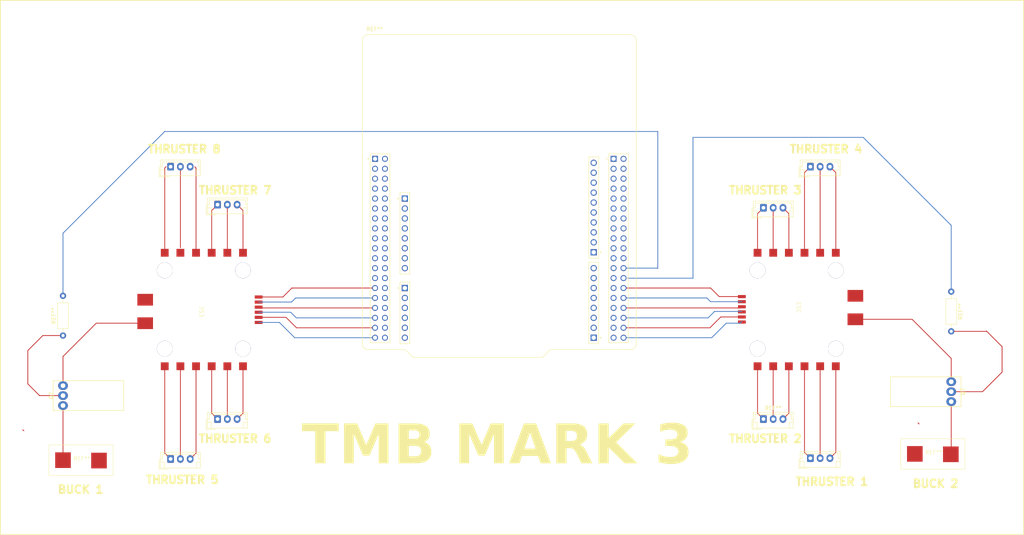
<source format=kicad_pcb>
(kicad_pcb (version 20241229) (generator "pcbnew") (generator_version "9.0")
  (layers (0 "F.Cu" signal) (2 "B.Cu" signal) (13 "F.Paste" user) (15 "B.Paste" user) (5 "F.SilkS" user "F.Silkscreen") (7 "B.SilkS" user "B.Silkscreen") (1 "F.Mask" user) (3 "B.Mask" user) (25 "Edge.Cuts" user))
  (net 0 "")
  (footprint "My_MOSFET_Footprints:mosfet" (layer "F.Cu") (at 439 453.54 90)
    (property "Reference" "Q?" (at 2.54 -3 90) (layer "F.SilkS"))
    (property "Value" "IRLB3813PBF")
    (fp_line (start 6.35 -2.5) (end 6.35 15.5) (stroke (width 0.15)) (layer "F.SilkS"))
    (fp_line (start -1.27 -2.5) (end 6.35 -2.5) (stroke (width 0.15)) (layer "F.SilkS"))
    (fp_line (start 6.35 15.5) (end -1.27 15.5) (stroke (width 0.15)) (layer "F.SilkS"))
    (fp_line (start -1.27 15.5) (end -1.27 -2.5) (stroke (width 0.15)) (layer "F.SilkS"))
    (pad "1" thru_hole oval (at 0 0 90) (size 2.2 2.5) (drill 1.2) (layers "*.Cu" "*.Mask"))
    (pad "2" thru_hole oval (at 2.54 0 90) (size 2.2 2.5) (drill 1.2) (layers "*.Cu" "*.Mask"))
    (pad "3" thru_hole oval (at 5.08 0 90) (size 2.2 2.5) (drill 1.2) (layers "*.Cu" "*.Mask"))
  )
  (footprint "pad:new pad" (layer "F.Cu") (at 661.5 466)
    (property "Reference" "REF**" (at 0 -0.5 0) (layer "F.SilkS") (effects (font (thickness 0.1))))
    (property "Value" "new pad" (hide yes))
    (fp_rect (start -8.4 -4) (end 8 3.8) (stroke (width 0.1)) (fill no) (layer "F.SilkS") (net 1))
    (pad "3" smd rect (at -4.8 -0.1) (size 4 4) (layers "F.Cu" "F.Mask" "F.Paste"))
    (pad "3" smd rect (at 4.4 0) (size 4 4) (layers "F.Cu" "F.Mask" "F.Paste"))
  )
  (footprint "Connector_JST:JST_EH_B3B-EH-A_1x03_P2.50mm_Vertical" (layer "F.Cu") (at 466.5 392.5)
    (property "Reference" "REF**" (hide yes))
    (property "Value" "JST_EH_B3B-EH-A_1x03_P2.50mm_Vertical" (hide yes))
    (fp_line (start -2.91 0.11) (end -2.91 2.61) (stroke (width 0.12)) (layer "F.SilkS"))
    (fp_line (start -2.91 2.61) (end -0.41 2.61) (stroke (width 0.12)) (layer "F.SilkS"))
    (fp_line (start -2.61 -1.71) (end -2.61 2.31) (stroke (width 0.12)) (layer "F.SilkS"))
    (fp_line (start -2.61 0) (end -2.11 0) (stroke (width 0.12)) (layer "F.SilkS"))
    (fp_line (start -2.61 0.81) (end -1.61 0.81) (stroke (width 0.12)) (layer "F.SilkS"))
    (fp_line (start -2.61 2.31) (end 7.61 2.31) (stroke (width 0.12)) (layer "F.SilkS"))
    (fp_line (start -2.11 -1.21) (end 7.11 -1.21) (stroke (width 0.12)) (layer "F.SilkS"))
    (fp_line (start -2.11 0) (end -2.11 -1.21) (stroke (width 0.12)) (layer "F.SilkS"))
    (fp_line (start -1.61 0.81) (end -1.61 2.31) (stroke (width 0.12)) (layer "F.SilkS"))
    (fp_line (start 6.61 0.81) (end 6.61 2.31) (stroke (width 0.12)) (layer "F.SilkS"))
    (fp_line (start 7.11 -1.21) (end 7.11 0) (stroke (width 0.12)) (layer "F.SilkS"))
    (fp_line (start 7.11 0) (end 7.61 0) (stroke (width 0.12)) (layer "F.SilkS"))
    (fp_line (start 7.61 -1.71) (end -2.61 -1.71) (stroke (width 0.12)) (layer "F.SilkS"))
    (fp_line (start 7.61 0.81) (end 6.61 0.81) (stroke (width 0.12)) (layer "F.SilkS"))
    (fp_line (start 7.61 2.31) (end 7.61 -1.71) (stroke (width 0.12)) (layer "F.SilkS"))
    (pad "1" thru_hole roundrect (at 0 0) (size 1.7 1.95) (drill 0.95) (layers "*.Cu" "*.Mask") (roundrect_rratio 0.147059))
    (pad "2" thru_hole oval (at 2.5 0) (size 1.7 1.95) (drill 0.95) (layers "*.Cu" "*.Mask"))
    (pad "3" thru_hole oval (at 5 0) (size 1.7 1.95) (drill 0.95) (layers "*.Cu" "*.Mask"))
  )
  (footprint "Connector_JST:JST_EH_B3B-EH-A_1x03_P2.50mm_Vertical" (layer "F.Cu") (at 630 392.5)
    (property "Reference" "REF**" (hide yes))
    (property "Value" "JST_EH_B3B-EH-A_1x03_P2.50mm_Vertical" (hide yes))
    (fp_line (start -2.91 0.11) (end -2.91 2.61) (stroke (width 0.12)) (layer "F.SilkS"))
    (fp_line (start -2.91 2.61) (end -0.41 2.61) (stroke (width 0.12)) (layer "F.SilkS"))
    (fp_line (start -2.61 -1.71) (end -2.61 2.31) (stroke (width 0.12)) (layer "F.SilkS"))
    (fp_line (start -2.61 0) (end -2.11 0) (stroke (width 0.12)) (layer "F.SilkS"))
    (fp_line (start -2.61 0.81) (end -1.61 0.81) (stroke (width 0.12)) (layer "F.SilkS"))
    (fp_line (start -2.61 2.31) (end 7.61 2.31) (stroke (width 0.12)) (layer "F.SilkS"))
    (fp_line (start -2.11 -1.21) (end 7.11 -1.21) (stroke (width 0.12)) (layer "F.SilkS"))
    (fp_line (start -2.11 0) (end -2.11 -1.21) (stroke (width 0.12)) (layer "F.SilkS"))
    (fp_line (start -1.61 0.81) (end -1.61 2.31) (stroke (width 0.12)) (layer "F.SilkS"))
    (fp_line (start 6.61 0.81) (end 6.61 2.31) (stroke (width 0.12)) (layer "F.SilkS"))
    (fp_line (start 7.11 -1.21) (end 7.11 0) (stroke (width 0.12)) (layer "F.SilkS"))
    (fp_line (start 7.11 0) (end 7.61 0) (stroke (width 0.12)) (layer "F.SilkS"))
    (fp_line (start 7.61 -1.71) (end -2.61 -1.71) (stroke (width 0.12)) (layer "F.SilkS"))
    (fp_line (start 7.61 0.81) (end 6.61 0.81) (stroke (width 0.12)) (layer "F.SilkS"))
    (fp_line (start 7.61 2.31) (end 7.61 -1.71) (stroke (width 0.12)) (layer "F.SilkS"))
    (pad "1" thru_hole roundrect (at 0 0) (size 1.7 1.95) (drill 0.95) (layers "*.Cu" "*.Mask") (roundrect_rratio 0.147059))
    (pad "2" thru_hole oval (at 2.5 0) (size 1.7 1.95) (drill 0.95) (layers "*.Cu" "*.Mask"))
    (pad "3" thru_hole oval (at 5 0) (size 1.7 1.95) (drill 0.95) (layers "*.Cu" "*.Mask"))
  )
  (footprint "Connector_JST:JST_EH_B3B-EH-A_1x03_P2.50mm_Vertical" (layer "F.Cu") (at 630 467)
    (property "Reference" "THRUSTER 1" (at 5.5 6 0) (layer "F.SilkS") (effects (font (size 2 2) (thickness 0.5) (bold yes))))
    (property "Value" "JST_EH_B3B-EH-A_1x03_P2.50mm_Vertical" (hide yes))
    (fp_line (start -2.91 0.11) (end -2.91 2.61) (stroke (width 0.12)) (layer "F.SilkS"))
    (fp_line (start -2.91 2.61) (end -0.41 2.61) (stroke (width 0.12)) (layer "F.SilkS"))
    (fp_line (start -2.61 -1.71) (end -2.61 2.31) (stroke (width 0.12)) (layer "F.SilkS"))
    (fp_line (start -2.61 0) (end -2.11 0) (stroke (width 0.12)) (layer "F.SilkS"))
    (fp_line (start -2.61 0.81) (end -1.61 0.81) (stroke (width 0.12)) (layer "F.SilkS"))
    (fp_line (start -2.61 2.31) (end 7.61 2.31) (stroke (width 0.12)) (layer "F.SilkS"))
    (fp_line (start -2.11 -1.21) (end 7.11 -1.21) (stroke (width 0.12)) (layer "F.SilkS"))
    (fp_line (start -2.11 0) (end -2.11 -1.21) (stroke (width 0.12)) (layer "F.SilkS"))
    (fp_line (start -1.61 0.81) (end -1.61 2.31) (stroke (width 0.12)) (layer "F.SilkS"))
    (fp_line (start 6.61 0.81) (end 6.61 2.31) (stroke (width 0.12)) (layer "F.SilkS"))
    (fp_line (start 7.11 -1.21) (end 7.11 0) (stroke (width 0.12)) (layer "F.SilkS"))
    (fp_line (start 7.11 0) (end 7.61 0) (stroke (width 0.12)) (layer "F.SilkS"))
    (fp_line (start 7.61 -1.71) (end -2.61 -1.71) (stroke (width 0.12)) (layer "F.SilkS"))
    (fp_line (start 7.61 0.81) (end 6.61 0.81) (stroke (width 0.12)) (layer "F.SilkS"))
    (fp_line (start 7.61 2.31) (end 7.61 -1.71) (stroke (width 0.12)) (layer "F.SilkS"))
    (pad "1" thru_hole roundrect (at 0 0) (size 1.7 1.95) (drill 0.95) (layers "*.Cu" "*.Mask") (roundrect_rratio 0.147059))
    (pad "2" thru_hole oval (at 2.5 0) (size 1.7 1.95) (drill 0.95) (layers "*.Cu" "*.Mask"))
    (pad "3" thru_hole oval (at 5 0) (size 1.7 1.95) (drill 0.95) (layers "*.Cu" "*.Mask"))
  )
  (footprint "Connector_JST:JST_EH_B3B-EH-A_1x03_P2.50mm_Vertical" (layer "F.Cu") (at 478.5 402.2)
    (property "Reference" "REF**" (hide yes))
    (property "Value" "JST_EH_B3B-EH-A_1x03_P2.50mm_Vertical" (hide yes))
    (fp_line (start -2.91 0.11) (end -2.91 2.61) (stroke (width 0.12)) (layer "F.SilkS"))
    (fp_line (start -2.91 2.61) (end -0.41 2.61) (stroke (width 0.12)) (layer "F.SilkS"))
    (fp_line (start -2.61 -1.71) (end -2.61 2.31) (stroke (width 0.12)) (layer "F.SilkS"))
    (fp_line (start -2.61 0) (end -2.11 0) (stroke (width 0.12)) (layer "F.SilkS"))
    (fp_line (start -2.61 0.81) (end -1.61 0.81) (stroke (width 0.12)) (layer "F.SilkS"))
    (fp_line (start -2.61 2.31) (end 7.61 2.31) (stroke (width 0.12)) (layer "F.SilkS"))
    (fp_line (start -2.11 -1.21) (end 7.11 -1.21) (stroke (width 0.12)) (layer "F.SilkS"))
    (fp_line (start -2.11 0) (end -2.11 -1.21) (stroke (width 0.12)) (layer "F.SilkS"))
    (fp_line (start -1.61 0.81) (end -1.61 2.31) (stroke (width 0.12)) (layer "F.SilkS"))
    (fp_line (start 6.61 0.81) (end 6.61 2.31) (stroke (width 0.12)) (layer "F.SilkS"))
    (fp_line (start 7.11 -1.21) (end 7.11 0) (stroke (width 0.12)) (layer "F.SilkS"))
    (fp_line (start 7.11 0) (end 7.61 0) (stroke (width 0.12)) (layer "F.SilkS"))
    (fp_line (start 7.61 -1.71) (end -2.61 -1.71) (stroke (width 0.12)) (layer "F.SilkS"))
    (fp_line (start 7.61 0.81) (end 6.61 0.81) (stroke (width 0.12)) (layer "F.SilkS"))
    (fp_line (start 7.61 2.31) (end 7.61 -1.71) (stroke (width 0.12)) (layer "F.SilkS"))
    (pad "1" thru_hole roundrect (at 0 0) (size 1.7 1.95) (drill 0.95) (layers "*.Cu" "*.Mask") (roundrect_rratio 0.147059))
    (pad "2" thru_hole oval (at 2.5 0) (size 1.7 1.95) (drill 0.95) (layers "*.Cu" "*.Mask"))
    (pad "3" thru_hole oval (at 5 0) (size 1.7 1.95) (drill 0.95) (layers "*.Cu" "*.Mask"))
  )
  (footprint "Connector_JST:JST_EH_B3B-EH-A_1x03_P2.50mm_Vertical" (layer "F.Cu") (at 618 403)
    (property "Reference" "REF**" (hide yes))
    (property "Value" "JST_EH_B3B-EH-A_1x03_P2.50mm_Vertical" (hide yes))
    (fp_line (start -2.91 0.11) (end -2.91 2.61) (stroke (width 0.12)) (layer "F.SilkS"))
    (fp_line (start -2.91 2.61) (end -0.41 2.61) (stroke (width 0.12)) (layer "F.SilkS"))
    (fp_line (start -2.61 -1.71) (end -2.61 2.31) (stroke (width 0.12)) (layer "F.SilkS"))
    (fp_line (start -2.61 0) (end -2.11 0) (stroke (width 0.12)) (layer "F.SilkS"))
    (fp_line (start -2.61 0.81) (end -1.61 0.81) (stroke (width 0.12)) (layer "F.SilkS"))
    (fp_line (start -2.61 2.31) (end 7.61 2.31) (stroke (width 0.12)) (layer "F.SilkS"))
    (fp_line (start -2.11 -1.21) (end 7.11 -1.21) (stroke (width 0.12)) (layer "F.SilkS"))
    (fp_line (start -2.11 0) (end -2.11 -1.21) (stroke (width 0.12)) (layer "F.SilkS"))
    (fp_line (start -1.61 0.81) (end -1.61 2.31) (stroke (width 0.12)) (layer "F.SilkS"))
    (fp_line (start 6.61 0.81) (end 6.61 2.31) (stroke (width 0.12)) (layer "F.SilkS"))
    (fp_line (start 7.11 -1.21) (end 7.11 0) (stroke (width 0.12)) (layer "F.SilkS"))
    (fp_line (start 7.11 0) (end 7.61 0) (stroke (width 0.12)) (layer "F.SilkS"))
    (fp_line (start 7.61 -1.71) (end -2.61 -1.71) (stroke (width 0.12)) (layer "F.SilkS"))
    (fp_line (start 7.61 0.81) (end 6.61 0.81) (stroke (width 0.12)) (layer "F.SilkS"))
    (fp_line (start 7.61 2.31) (end 7.61 -1.71) (stroke (width 0.12)) (layer "F.SilkS"))
    (pad "1" thru_hole roundrect (at 0 0) (size 1.7 1.95) (drill 0.95) (layers "*.Cu" "*.Mask") (roundrect_rratio 0.147059))
    (pad "2" thru_hole oval (at 2.5 0) (size 1.7 1.95) (drill 0.95) (layers "*.Cu" "*.Mask"))
    (pad "3" thru_hole oval (at 5 0) (size 1.7 1.95) (drill 0.95) (layers "*.Cu" "*.Mask"))
  )
  (footprint "esc_Library:esc_final" (layer "F.Cu") (at 626.5 428.5 -90)
    (property "Reference" "ESC" (at 0 -0.5 270) (layer "F.SilkS") (effects (font (thickness 0.1))))
    (property "Value" "ESC ")
    (pad "1" thru_hole circle (at 10.5 -10 270) (size 4 4) (drill 4) (layers "*.Cu" "*.Mask"))
    (pad "2" thru_hole circle (at -9.5 -10 270) (size 4 4) (drill 4) (layers "*.Cu" "*.Mask"))
    (pad "3" thru_hole circle (at -9.5 10 270) (size 4 4) (drill 4) (layers "*.Cu" "*.Mask"))
    (pad "4" thru_hole circle (at 10.5 10 270) (size 4 4) (drill 4) (layers "*.Cu" "*.Mask"))
    (pad "5" smd rect (at -14 -10 270) (size 2 2) (layers "F.Cu" "F.Mask" "F.Paste"))
    (pad "5" smd rect (at -14 -6 270) (size 2 2) (layers "F.Cu" "F.Mask" "F.Paste"))
    (pad "5" smd rect (at -14 -2 270) (size 2 2) (layers "F.Cu" "F.Mask" "F.Paste"))
    (pad "5" smd rect (at -14 2 270) (size 2 2) (layers "F.Cu" "F.Mask" "F.Paste"))
    (pad "5" smd rect (at -14 6 270) (size 2 2) (layers "F.Cu" "F.Mask" "F.Paste"))
    (pad "5" smd rect (at -14 10 270) (size 2 2) (layers "F.Cu" "F.Mask" "F.Paste"))
    (pad "5" smd rect (at 15 -10 270) (size 2 2) (layers "F.Cu" "F.Mask" "F.Paste"))
    (pad "5" smd rect (at 15 -6 270) (size 2 2) (layers "F.Cu" "F.Mask" "F.Paste"))
    (pad "5" smd rect (at 15 -2 270) (size 2 2) (layers "F.Cu" "F.Mask" "F.Paste"))
    (pad "5" smd rect (at 15 2 270) (size 2 2) (layers "F.Cu" "F.Mask" "F.Paste"))
    (pad "5" smd rect (at 15 6 270) (size 2 2) (layers "F.Cu" "F.Mask" "F.Paste"))
    (pad "5" smd rect (at 15 10 270) (size 2 2) (layers "F.Cu" "F.Mask" "F.Paste"))
    (pad "8" smd rect (at -3 -15 270) (size 3 4) (layers "F.Cu" "F.Mask" "F.Paste"))
    (pad "8" smd rect (at 3 -15 270) (size 3 4) (layers "F.Cu" "F.Mask" "F.Paste"))
    (pad "9" smd rect (at -2.8 14 270) (size 0.8 2) (layers "F.Cu" "F.Mask" "F.Paste"))
    (pad "9" smd rect (at -1.5 14 270) (size 0.8 2) (layers "F.Cu" "F.Mask" "F.Paste"))
    (pad "9" smd rect (at -0.2 14 270) (size 0.8 2) (layers "F.Cu" "F.Mask" "F.Paste"))
    (pad "9" smd rect (at 1.1 14 270) (size 0.8 2) (layers "F.Cu" "F.Mask" "F.Paste"))
    (pad "9" smd rect (at 2.4 14 270) (size 0.8 2) (layers "F.Cu" "F.Mask" "F.Paste"))
    (pad "9" smd rect (at 3.7 14 270) (size 0.8 2) (layers "F.Cu" "F.Mask" "F.Paste"))
  )
  (footprint "Connector_JST:JST_EH_B3B-EH-A_1x03_P2.50mm_Vertical" (layer "F.Cu") (at 466.5 467.2)
    (property "Reference" "REF**" (hide yes))
    (property "Value" "JST_EH_B3B-EH-A_1x03_P2.50mm_Vertical" (hide yes))
    (fp_line (start -2.91 0.11) (end -2.91 2.61) (stroke (width 0.12)) (layer "F.SilkS"))
    (fp_line (start -2.91 2.61) (end -0.41 2.61) (stroke (width 0.12)) (layer "F.SilkS"))
    (fp_line (start -2.61 -1.71) (end -2.61 2.31) (stroke (width 0.12)) (layer "F.SilkS"))
    (fp_line (start -2.61 0) (end -2.11 0) (stroke (width 0.12)) (layer "F.SilkS"))
    (fp_line (start -2.61 0.81) (end -1.61 0.81) (stroke (width 0.12)) (layer "F.SilkS"))
    (fp_line (start -2.61 2.31) (end 7.61 2.31) (stroke (width 0.12)) (layer "F.SilkS"))
    (fp_line (start -2.11 -1.21) (end 7.11 -1.21) (stroke (width 0.12)) (layer "F.SilkS"))
    (fp_line (start -2.11 0) (end -2.11 -1.21) (stroke (width 0.12)) (layer "F.SilkS"))
    (fp_line (start -1.61 0.81) (end -1.61 2.31) (stroke (width 0.12)) (layer "F.SilkS"))
    (fp_line (start 6.61 0.81) (end 6.61 2.31) (stroke (width 0.12)) (layer "F.SilkS"))
    (fp_line (start 7.11 -1.21) (end 7.11 0) (stroke (width 0.12)) (layer "F.SilkS"))
    (fp_line (start 7.11 0) (end 7.61 0) (stroke (width 0.12)) (layer "F.SilkS"))
    (fp_line (start 7.61 -1.71) (end -2.61 -1.71) (stroke (width 0.12)) (layer "F.SilkS"))
    (fp_line (start 7.61 0.81) (end 6.61 0.81) (stroke (width 0.12)) (layer "F.SilkS"))
    (fp_line (start 7.61 2.31) (end 7.61 -1.71) (stroke (width 0.12)) (layer "F.SilkS"))
    (pad "1" thru_hole roundrect (at 0 0) (size 1.7 1.95) (drill 0.95) (layers "*.Cu" "*.Mask") (roundrect_rratio 0.147059))
    (pad "2" thru_hole oval (at 2.5 0) (size 1.7 1.95) (drill 0.95) (layers "*.Cu" "*.Mask"))
    (pad "3" thru_hole oval (at 5 0) (size 1.7 1.95) (drill 0.95) (layers "*.Cu" "*.Mask"))
  )
  (footprint "Connector_JST:JST_EH_B3B-EH-A_1x03_P2.50mm_Vertical" (layer "F.Cu") (at 478.5 457)
    (property "Reference" "REF**" (hide yes))
    (property "Value" "JST_EH_B3B-EH-A_1x03_P2.50mm_Vertical" (hide yes))
    (fp_line (start -2.91 0.11) (end -2.91 2.61) (stroke (width 0.12)) (layer "F.SilkS"))
    (fp_line (start -2.91 2.61) (end -0.41 2.61) (stroke (width 0.12)) (layer "F.SilkS"))
    (fp_line (start -2.61 -1.71) (end -2.61 2.31) (stroke (width 0.12)) (layer "F.SilkS"))
    (fp_line (start -2.61 0) (end -2.11 0) (stroke (width 0.12)) (layer "F.SilkS"))
    (fp_line (start -2.61 0.81) (end -1.61 0.81) (stroke (width 0.12)) (layer "F.SilkS"))
    (fp_line (start -2.61 2.31) (end 7.61 2.31) (stroke (width 0.12)) (layer "F.SilkS"))
    (fp_line (start -2.11 -1.21) (end 7.11 -1.21) (stroke (width 0.12)) (layer "F.SilkS"))
    (fp_line (start -2.11 0) (end -2.11 -1.21) (stroke (width 0.12)) (layer "F.SilkS"))
    (fp_line (start -1.61 0.81) (end -1.61 2.31) (stroke (width 0.12)) (layer "F.SilkS"))
    (fp_line (start 6.61 0.81) (end 6.61 2.31) (stroke (width 0.12)) (layer "F.SilkS"))
    (fp_line (start 7.11 -1.21) (end 7.11 0) (stroke (width 0.12)) (layer "F.SilkS"))
    (fp_line (start 7.11 0) (end 7.61 0) (stroke (width 0.12)) (layer "F.SilkS"))
    (fp_line (start 7.61 -1.71) (end -2.61 -1.71) (stroke (width 0.12)) (layer "F.SilkS"))
    (fp_line (start 7.61 0.81) (end 6.61 0.81) (stroke (width 0.12)) (layer "F.SilkS"))
    (fp_line (start 7.61 2.31) (end 7.61 -1.71) (stroke (width 0.12)) (layer "F.SilkS"))
    (pad "1" thru_hole roundrect (at 0 0) (size 1.7 1.95) (drill 0.95) (layers "*.Cu" "*.Mask") (roundrect_rratio 0.147059))
    (pad "2" thru_hole oval (at 2.5 0) (size 1.7 1.95) (drill 0.95) (layers "*.Cu" "*.Mask"))
    (pad "3" thru_hole oval (at 5 0) (size 1.7 1.95) (drill 0.95) (layers "*.Cu" "*.Mask"))
  )
  (footprint "esc_Library:esc_final" (layer "F.Cu") (at 475 429.5 90)
    (property "Reference" "ESC" (at 0 -0.5 90) (layer "F.SilkS") (effects (font (thickness 0.1))))
    (property "Value" "ESC ")
    (pad "1" thru_hole circle (at 10.5 -10 90) (size 4 4) (drill 4) (layers "*.Cu" "*.Mask"))
    (pad "2" thru_hole circle (at -9.5 -10 90) (size 4 4) (drill 4) (layers "*.Cu" "*.Mask"))
    (pad "3" thru_hole circle (at -9.5 10 90) (size 4 4) (drill 4) (layers "*.Cu" "*.Mask"))
    (pad "4" thru_hole circle (at 10.5 10 90) (size 4 4) (drill 4) (layers "*.Cu" "*.Mask"))
    (pad "5" smd rect (at -14 -10 90) (size 2 2) (layers "F.Cu" "F.Mask" "F.Paste"))
    (pad "5" smd rect (at -14 -6 90) (size 2 2) (layers "F.Cu" "F.Mask" "F.Paste"))
    (pad "5" smd rect (at -14 -2 90) (size 2 2) (layers "F.Cu" "F.Mask" "F.Paste"))
    (pad "5" smd rect (at -14 2 90) (size 2 2) (layers "F.Cu" "F.Mask" "F.Paste"))
    (pad "5" smd rect (at -14 6 90) (size 2 2) (layers "F.Cu" "F.Mask" "F.Paste"))
    (pad "5" smd rect (at -14 10 90) (size 2 2) (layers "F.Cu" "F.Mask" "F.Paste"))
    (pad "5" smd rect (at 15 -10 90) (size 2 2) (layers "F.Cu" "F.Mask" "F.Paste"))
    (pad "5" smd rect (at 15 -6 90) (size 2 2) (layers "F.Cu" "F.Mask" "F.Paste"))
    (pad "5" smd rect (at 15 -2 90) (size 2 2) (layers "F.Cu" "F.Mask" "F.Paste"))
    (pad "5" smd rect (at 15 2 90) (size 2 2) (layers "F.Cu" "F.Mask" "F.Paste"))
    (pad "5" smd rect (at 15 6 90) (size 2 2) (layers "F.Cu" "F.Mask" "F.Paste"))
    (pad "5" smd rect (at 15 10 90) (size 2 2) (layers "F.Cu" "F.Mask" "F.Paste"))
    (pad "8" smd rect (at -3 -15 90) (size 3 4) (layers "F.Cu" "F.Mask" "F.Paste"))
    (pad "8" smd rect (at 3 -15 90) (size 3 4) (layers "F.Cu" "F.Mask" "F.Paste"))
    (pad "9" smd rect (at -2.8 14 90) (size 0.8 2) (layers "F.Cu" "F.Mask" "F.Paste"))
    (pad "9" smd rect (at -1.5 14 90) (size 0.8 2) (layers "F.Cu" "F.Mask" "F.Paste"))
    (pad "9" smd rect (at -0.2 14 90) (size 0.8 2) (layers "F.Cu" "F.Mask" "F.Paste"))
    (pad "9" smd rect (at 1.1 14 90) (size 0.8 2) (layers "F.Cu" "F.Mask" "F.Paste"))
    (pad "9" smd rect (at 2.4 14 90) (size 0.8 2) (layers "F.Cu" "F.Mask" "F.Paste"))
    (pad "9" smd rect (at 3.7 14 90) (size 0.8 2) (layers "F.Cu" "F.Mask" "F.Paste"))
  )
  (footprint "My_MOSFET_Footprints:mosfet" (layer "F.Cu") (at 666 447.46 -90)
    (property "Reference" "Q?" (at 2.54 -3 90) (layer "F.SilkS"))
    (property "Value" "IRLB3813PBF")
    (fp_line (start -1.27 15.5) (end -1.27 -2.5) (stroke (width 0.15)) (layer "F.SilkS"))
    (fp_line (start 6.35 15.5) (end -1.27 15.5) (stroke (width 0.15)) (layer "F.SilkS"))
    (fp_line (start -1.27 -2.5) (end 6.35 -2.5) (stroke (width 0.15)) (layer "F.SilkS"))
    (fp_line (start 6.35 -2.5) (end 6.35 15.5) (stroke (width 0.15)) (layer "F.SilkS"))
    (pad "1" thru_hole oval (at 0 0 270) (size 2.2 2.5) (drill 1.2) (layers "*.Cu" "*.Mask"))
    (pad "2" thru_hole oval (at 2.54 0 270) (size 2.2 2.5) (drill 1.2) (layers "*.Cu" "*.Mask"))
    (pad "3" thru_hole oval (at 5.08 0 270) (size 2.2 2.5) (drill 1.2) (layers "*.Cu" "*.Mask"))
  )
  (footprint "pad:new pad" (layer "F.Cu") (at 443.8 467.6)
    (property "Reference" "REF**" (at 0 -0.5 0) (layer "F.SilkS") (effects (font (thickness 0.1))))
    (property "Value" "new pad" (hide yes))
    (fp_rect (start -8.4 -4) (end 8 3.8) (stroke (width 0.1)) (fill no) (layer "F.SilkS"))
    (pad "3" smd rect (at -4.8 -0.1) (size 4 4) (layers "F.Cu" "F.Mask" "F.Paste"))
    (pad "3" smd rect (at 4.4 0) (size 4 4) (layers "F.Cu" "F.Mask" "F.Paste"))
  )
  (footprint "stm:MODULE_NUCLEO-F030R8" (layer "F.Cu") (at 550.5 400)
    (property "Reference" "REF**" (at -31.825 -42.635 0) (layer "F.SilkS"))
    (property "Value" "MODULE_NUCLEO-F030R8")
    (fp_line (start -35 37.75) (end -35 -39.75) (stroke (width 0.127)) (layer "F.SilkS"))
    (fp_line (start -33.5 -41.25) (end 33.5 -41.25) (stroke (width 0.127)) (layer "F.SilkS"))
    (fp_line (start -32.98 -10.78) (end -32.98 37.48) (stroke (width 0.127)) (layer "F.SilkS"))
    (fp_line (start -32.98 37.48) (end -27.98 37.48) (stroke (width 0.127)) (layer "F.SilkS"))
    (fp_line (start -27.98 -10.78) (end -32.98 -10.78) (stroke (width 0.127)) (layer "F.SilkS"))
    (fp_line (start -27.98 37.48) (end -27.98 -10.78) (stroke (width 0.127)) (layer "F.SilkS"))
    (fp_line (start -25.38 -0.87) (end -25.38 19.95) (stroke (width 0.127)) (layer "F.SilkS"))
    (fp_line (start -25.38 19.95) (end -22.88 19.95) (stroke (width 0.127)) (layer "F.SilkS"))
    (fp_line (start -25.38 21.99) (end -25.38 37.73) (stroke (width 0.127)) (layer "F.SilkS"))
    (fp_line (start -25.38 37.73) (end -22.88 37.73) (stroke (width 0.127)) (layer "F.SilkS"))
    (fp_line (start -24 39.25) (end -33.5 39.25) (stroke (width 0.127)) (layer "F.SilkS"))
    (fp_line (start -22.88 -0.87) (end -25.38 -0.87) (stroke (width 0.127)) (layer "F.SilkS"))
    (fp_line (start -22.88 19.95) (end -22.88 -0.87) (stroke (width 0.127)) (layer "F.SilkS"))
    (fp_line (start -22.88 21.99) (end -25.38 21.99) (stroke (width 0.127)) (layer "F.SilkS"))
    (fp_line (start -22.88 37.73) (end -22.88 21.99) (stroke (width 0.127)) (layer "F.SilkS"))
    (fp_line (start -22 41.25) (end -24 39.25) (stroke (width 0.127)) (layer "F.SilkS"))
    (fp_line (start 11 41.25) (end -22 41.25) (stroke (width 0.127)) (layer "F.SilkS"))
    (fp_line (start 13 39.25) (end 11 41.25) (stroke (width 0.127)) (layer "F.SilkS"))
    (fp_line (start 22.88 -10.01) (end 22.88 15.89) (stroke (width 0.127)) (layer "F.SilkS"))
    (fp_line (start 22.88 15.89) (end 25.38 15.89) (stroke (width 0.127)) (layer "F.SilkS"))
    (fp_line (start 22.88 16.91) (end 22.88 37.73) (stroke (width 0.127)) (layer "F.SilkS"))
    (fp_line (start 22.88 37.73) (end 25.38 37.73) (stroke (width 0.127)) (layer "F.SilkS"))
    (fp_line (start 25.38 -10.01) (end 22.88 -10.01) (stroke (width 0.127)) (layer "F.SilkS"))
    (fp_line (start 25.38 15.89) (end 25.38 -10.01) (stroke (width 0.127)) (layer "F.SilkS"))
    (fp_line (start 25.38 16.91) (end 22.88 16.91) (stroke (width 0.127)) (layer "F.SilkS"))
    (fp_line (start 25.38 37.73) (end 25.38 16.91) (stroke (width 0.127)) (layer "F.SilkS"))
    (fp_line (start 27.98 -10.78) (end 27.98 37.48) (stroke (width 0.127)) (layer "F.SilkS"))
    (fp_line (start 27.98 37.48) (end 32.98 37.48) (stroke (width 0.127)) (layer "F.SilkS"))
    (fp_line (start 32.98 -10.78) (end 27.98 -10.78) (stroke (width 0.127)) (layer "F.SilkS"))
    (fp_line (start 32.98 37.48) (end 32.98 -10.78) (stroke (width 0.127)) (layer "F.SilkS"))
    (fp_line (start 33.5 39.25) (end 13 39.25) (stroke (width 0.127)) (layer "F.SilkS"))
    (fp_line (start 35 -39.75) (end 35 37.75) (stroke (width 0.127)) (layer "F.SilkS"))
    (fp_arc (start -35 -39.75) (mid -34.56066 -40.81066) (end -33.5 -41.25) (stroke (width 0.127)) (layer "F.SilkS"))
    (fp_arc (start -33.5 39.25) (mid -34.56066 38.81066) (end -35 37.75) (stroke (width 0.127)) (layer "F.SilkS"))
    (fp_arc (start 33.5 -41.25) (mid 34.56066 -40.81066) (end 35 -39.75) (stroke (width 0.127)) (layer "F.SilkS"))
    (fp_arc (start 35 37.75) (mid 34.56066 38.81066) (end 33.5 39.25) (stroke (width 0.127)) (layer "F.SilkS"))
    (fp_circle (center -33.5 -9.51) (end -33.4 -9.51) (stroke (width 0.2)) (fill no) (layer "F.SilkS"))
    (fp_circle (center -25.88 0.65) (end -25.78 0.65) (stroke (width 0.2)) (fill no) (layer "F.SilkS"))
    (fp_circle (center -25.88 23.51) (end -25.78 23.51) (stroke (width 0.2)) (fill no) (layer "F.SilkS"))
    (fp_circle (center 25.88 14.37) (end 25.98 14.37) (stroke (width 0.2)) (fill no) (layer "F.SilkS"))
    (fp_circle (center 25.88 36.21) (end 25.98 36.21) (stroke (width 0.2)) (fill no) (layer "F.SilkS"))
    (fp_circle (center 27.46 -9.51) (end 27.56 -9.51) (stroke (width 0.2)) (fill no) (layer "F.SilkS"))
    (pad "" np_thru_hole circle (at -24.13 -13.32) (size 3 3) (drill 3) (layers "*.Cu" "*.Mask"))
    (pad "" np_thru_hole circle (at 8.89 38.75) (size 3 3) (drill 3) (layers "*.Cu" "*.Mask"))
    (pad "" np_thru_hole circle (at 24.13 -12.05) (size 3 3) (drill 3) (layers "*.Cu" "*.Mask"))
    (pad "CN5_1" thru_hole rect (at 24.13 14.37) (size 1.605 1.605) (drill 1.07) (layers "*.Cu" "*.Mask"))
    (pad "CN5_2" thru_hole circle (at 24.13 11.83) (size 1.605 1.605) (drill 1.07) (layers "*.Cu" "*.Mask"))
    (pad "CN5_3" thru_hole circle (at 24.13 9.29) (size 1.605 1.605) (drill 1.07) (layers "*.Cu" "*.Mask"))
    (pad "CN5_4" thru_hole circle (at 24.13 6.75) (size 1.605 1.605) (drill 1.07) (layers "*.Cu" "*.Mask"))
    (pad "CN5_5" thru_hole circle (at 24.13 4.21) (size 1.605 1.605) (drill 1.07) (layers "*.Cu" "*.Mask"))
    (pad "CN5_6" thru_hole circle (at 24.13 1.67) (size 1.605 1.605) (drill 1.07) (layers "*.Cu" "*.Mask"))
    (pad "CN5_7" thru_hole circle (at 24.13 -0.87) (size 1.605 1.605) (drill 1.07) (layers "*.Cu" "*.Mask"))
    (pad "CN5_8" thru_hole circle (at 24.13 -3.41) (size 1.605 1.605) (drill 1.07) (layers "*.Cu" "*.Mask"))
    (pad "CN5_9" thru_hole circle (at 24.13 -5.95) (size 1.605 1.605) (drill 1.07) (layers "*.Cu" "*.Mask"))
    (pad "CN5_10" thru_hole circle (at 24.13 -8.49) (size 1.605 1.605) (drill 1.07) (layers "*.Cu" "*.Mask"))
    (pad "CN6_1" thru_hole rect (at -24.13 0.65) (size 1.605 1.605) (drill 1.07) (layers "*.Cu" "*.Mask"))
    (pad "CN6_2" thru_hole circle (at -24.13 3.19) (size 1.605 1.605) (drill 1.07) (layers "*.Cu" "*.Mask"))
    (pad "CN6_3" thru_hole circle (at -24.13 5.73) (size 1.605 1.605) (drill 1.07) (layers "*.Cu" "*.Mask"))
    (pad "CN6_4" thru_hole circle (at -24.13 8.27) (size 1.605 1.605) (drill 1.07) (layers "*.Cu" "*.Mask"))
    (pad "CN6_5" thru_hole circle (at -24.13 10.81) (size 1.605 1.605) (drill 1.07) (layers "*.Cu" "*.Mask"))
    (pad "CN6_6" thru_hole circle (at -24.13 13.35) (size 1.605 1.605) (drill 1.07) (layers "*.Cu" "*.Mask"))
    (pad "CN6_7" thru_hole circle (at -24.13 15.89) (size 1.605 1.605) (drill 1.07) (layers "*.Cu" "*.Mask"))
    (pad "CN6_8" thru_hole circle (at -24.13 18.43) (size 1.605 1.605) (drill 1.07) (layers "*.Cu" "*.Mask"))
    (pad "CN7_1" thru_hole rect (at -31.75 -9.51) (size 1.53 1.53) (drill 1.02) (layers "*.Cu" "*.Mask"))
    (pad "CN7_2" thru_hole circle (at -29.21 -9.51) (size 1.53 1.53) (drill 1.02) (layers "*.Cu" "*.Mask"))
    (pad "CN7_3" thru_hole circle (at -31.75 -6.97) (size 1.53 1.53) (drill 1.02) (layers "*.Cu" "*.Mask"))
    (pad "CN7_4" thru_hole circle (at -29.21 -6.97) (size 1.53 1.53) (drill 1.02) (layers "*.Cu" "*.Mask"))
    (pad "CN7_5" thru_hole circle (at -31.75 -4.43) (size 1.53 1.53) (drill 1.02) (layers "*.Cu" "*.Mask"))
    (pad "CN7_6" thru_hole circle (at -29.21 -4.43) (size 1.53 1.53) (drill 1.02) (layers "*.Cu" "*.Mask"))
    (pad "CN7_7" thru_hole circle (at -31.75 -1.89) (size 1.53 1.53) (drill 1.02) (layers "*.Cu" "*.Mask"))
    (pad "CN7_8" thru_hole circle (at -29.21 -1.89) (size 1.53 1.53) (drill 1.02) (layers "*.Cu" "*.Mask"))
    (pad "CN7_9" thru_hole circle (at -31.75 0.65) (size 1.53 1.53) (drill 1.02) (layers "*.Cu" "*.Mask"))
    (pad "CN7_10" thru_hole circle (at -29.21 0.65) (size 1.53 1.53) (drill 1.02) (layers "*.Cu" "*.Mask"))
    (pad "CN7_11" thru_hole circle (at -31.75 3.19) (size 1.53 1.53) (drill 1.02) (layers "*.Cu" "*.Mask"))
    (pad "CN7_12" thru_hole circle (at -29.21 3.19) (size 1.53 1.53) (drill 1.02) (layers "*.Cu" "*.Mask"))
    (pad "CN7_13" thru_hole circle (at -31.75 5.73) (size 1.53 1.53) (drill 1.02) (layers "*.Cu" "*.Mask"))
    (pad "CN7_14" thru_hole circle (at -29.21 5.73) (size 1.53 1.53) (drill 1.02) (layers "*.Cu" "*.Mask"))
    (pad "CN7_15" thru_hole circle (at -31.75 8.27) (size 1.53 1.53) (drill 1.02) (layers "*.Cu" "*.Mask"))
    (pad "CN7_16" thru_hole circle (at -29.21 8.27) (size 1.53 1.53) (drill 1.02) (layers "*.Cu" "*.Mask"))
    (pad "CN7_17" thru_hole circle (at -31.75 10.81) (size 1.53 1.53) (drill 1.02) (layers "*.Cu" "*.Mask"))
    (pad "CN7_18" thru_hole circle (at -29.21 10.81) (size 1.53 1.53) (drill 1.02) (layers "*.Cu" "*.Mask"))
    (pad "CN7_19" thru_hole circle (at -31.75 13.35) (size 1.53 1.53) (drill 1.02) (layers "*.Cu" "*.Mask"))
    (pad "CN7_20" thru_hole circle (at -29.21 13.35) (size 1.53 1.53) (drill 1.02) (layers "*.Cu" "*.Mask"))
    (pad "CN7_21" thru_hole circle (at -31.75 15.89) (size 1.53 1.53) (drill 1.02) (layers "*.Cu" "*.Mask"))
    (pad "CN7_22" thru_hole circle (at -29.21 15.89) (size 1.53 1.53) (drill 1.02) (layers "*.Cu" "*.Mask"))
    (pad "CN7_23" thru_hole circle (at -31.75 18.43) (size 1.53 1.53) (drill 1.02) (layers "*.Cu" "*.Mask"))
    (pad "CN7_24" thru_hole circle (at -29.21 18.43) (size 1.53 1.53) (drill 1.02) (layers "*.Cu" "*.Mask"))
    (pad "CN7_25" thru_hole circle (at -31.75 20.97) (size 1.53 1.53) (drill 1.02) (layers "*.Cu" "*.Mask"))
    (pad "CN7_26" thru_hole circle (at -29.21 20.97) (size 1.53 1.53) (drill 1.02) (layers "*.Cu" "*.Mask"))
    (pad "CN7_27" thru_hole circle (at -31.75 23.51) (size 1.53 1.53) (drill 1.02) (layers "*.Cu" "*.Mask"))
    (pad "CN7_28" thru_hole circle (at -29.21 23.51) (size 1.53 1.53) (drill 1.02) (layers "*.Cu" "*.Mask"))
    (pad "CN7_29" thru_hole circle (at -31.75 26.05) (size 1.53 1.53) (drill 1.02) (layers "*.Cu" "*.Mask"))
    (pad "CN7_30" thru_hole circle (at -29.21 26.05) (size 1.53 1.53) (drill 1.02) (layers "*.Cu" "*.Mask"))
    (pad "CN7_31" thru_hole circle (at -31.75 28.59) (size 1.53 1.53) (drill 1.02) (layers "*.Cu" "*.Mask"))
    (pad "CN7_32" thru_hole circle (at -29.21 28.59) (size 1.53 1.53) (drill 1.02) (layers "*.Cu" "*.Mask"))
    (pad "CN7_33" thru_hole circle (at -31.75 31.13) (size 1.53 1.53) (drill 1.02) (layers "*.Cu" "*.Mask"))
    (pad "CN7_34" thru_hole circle (at -29.21 31.13) (size 1.53 1.53) (drill 1.02) (layers "*.Cu" "*.Mask"))
    (pad "CN7_35" thru_hole circle (at -31.75 33.67) (size 1.53 1.53) (drill 1.02) (layers "*.Cu" "*.Mask"))
    (pad "CN7_36" thru_hole circle (at -29.21 33.67) (size 1.53 1.53) (drill 1.02) (layers "*.Cu" "*.Mask"))
    (pad "CN7_37" thru_hole circle (at -31.75 36.21) (size 1.53 1.53) (drill 1.02) (layers "*.Cu" "*.Mask"))
    (pad "CN7_38" thru_hole circle (at -29.21 36.21) (size 1.53 1.53) (drill 1.02) (layers "*.Cu" "*.Mask"))
    (pad "CN8_1" thru_hole rect (at -24.13 23.51) (size 1.605 1.605) (drill 1.07) (layers "*.Cu" "*.Mask"))
    (pad "CN8_2" thru_hole circle (at -24.13 26.05) (size 1.605 1.605) (drill 1.07) (layers "*.Cu" "*.Mask"))
    (pad "CN8_3" thru_hole circle (at -24.13 28.59) (size 1.605 1.605) (drill 1.07) (layers "*.Cu" "*.Mask"))
    (pad "CN8_4" thru_hole circle (at -24.13 31.13) (size 1.605 1.605) (drill 1.07) (layers "*.Cu" "*.Mask"))
    (pad "CN8_5" thru_hole circle (at -24.13 33.67) (size 1.605 1.605) (drill 1.07) (layers "*.Cu" "*.Mask"))
    (pad "CN8_6" thru_hole circle (at -24.13 36.21) (size 1.605 1.605) (drill 1.07) (layers "*.Cu" "*.Mask"))
    (pad "CN9_1" thru_hole rect (at 24.13 36.21) (size 1.605 1.605) (drill 1.07) (layers "*.Cu" "*.Mask"))
    (pad "CN9_2" thru_hole circle (at 24.13 33.67) (size 1.605 1.605) (drill 1.07) (layers "*.Cu" "*.Mask"))
    (pad "CN9_3" thru_hole circle (at 24.13 31.13) (size 1.605 1.605) (drill 1.07) (layers "*.Cu" "*.Mask"))
    (pad "CN9_4" thru_hole circle (at 24.13 28.59) (size 1.605 1.605) (drill 1.07) (layers "*.Cu" "*.Mask"))
    (pad "CN9_5" thru_hole circle (at 24.13 26.05) (size 1.605 1.605) (drill 1.07) (layers "*.Cu" "*.Mask"))
    (pad "CN9_6" thru_hole circle (at 24.13 23.51) (size 1.605 1.605) (drill 1.07) (layers "*.Cu" "*.Mask"))
    (pad "CN9_7" thru_hole circle (at 24.13 20.97) (size 1.605 1.605) (drill 1.07) (layers "*.Cu" "*.Mask"))
    (pad "CN9_8" thru_hole circle (at 24.13 18.43) (size 1.605 1.605) (drill 1.07) (layers "*.Cu" "*.Mask"))
    (pad "CN10_1" thru_hole rect (at 29.21 -9.51) (size 1.53 1.53) (drill 1.02) (layers "*.Cu" "*.Mask"))
    (pad "CN10_2" thru_hole circle (at 31.75 -9.51) (size 1.53 1.53) (drill 1.02) (layers "*.Cu" "*.Mask"))
    (pad "CN10_3" thru_hole circle (at 29.21 -6.97) (size 1.53 1.53) (drill 1.02) (layers "*.Cu" "*.Mask"))
    (pad "CN10_4" thru_hole circle (at 31.75 -6.97) (size 1.53 1.53) (drill 1.02) (layers "*.Cu" "*.Mask"))
    (pad "CN10_5" thru_hole circle (at 29.21 -4.43) (size 1.53 1.53) (drill 1.02) (layers "*.Cu" "*.Mask"))
    (pad "CN10_6" thru_hole circle (at 31.75 -4.43) (size 1.53 1.53) (drill 1.02) (layers "*.Cu" "*.Mask"))
    (pad "CN10_7" thru_hole circle (at 29.21 -1.89) (size 1.53 1.53) (drill 1.02) (layers "*.Cu" "*.Mask"))
    (pad "CN10_8" thru_hole circle (at 31.75 -1.89) (size 1.53 1.53) (drill 1.02) (layers "*.Cu" "*.Mask"))
    (pad "CN10_9" thru_hole circle (at 29.21 0.65) (size 1.53 1.53) (drill 1.02) (layers "*.Cu" "*.Mask"))
    (pad "CN10_10" thru_hole circle (at 31.75 0.65) (size 1.53 1.53) (drill 1.02) (layers "*.Cu" "*.Mask"))
    (pad "CN10_11" thru_hole circle (at 29.21 3.19) (size 1.53 1.53) (drill 1.02) (layers "*.Cu" "*.Mask"))
    (pad "CN10_12" thru_hole circle (at 31.75 3.19) (size 1.53 1.53) (drill 1.02) (layers "*.Cu" "*.Mask"))
    (pad "CN10_13" thru_hole circle (at 29.21 5.73) (size 1.53 1.53) (drill 1.02) (layers "*.Cu" "*.Mask"))
    (pad "CN10_14" thru_hole circle (at 31.75 5.73) (size 1.53 1.53) (drill 1.02) (layers "*.Cu" "*.Mask"))
    (pad "CN10_15" thru_hole circle (at 29.21 8.27) (size 1.53 1.53) (drill 1.02) (layers "*.Cu" "*.Mask"))
    (pad "CN10_16" thru_hole circle (at 31.75 8.27) (size 1.53 1.53) (drill 1.02) (layers "*.Cu" "*.Mask"))
    (pad "CN10_17" thru_hole circle (at 29.21 10.81) (size 1.53 1.53) (drill 1.02) (layers "*.Cu" "*.Mask"))
    (pad "CN10_18" thru_hole circle (at 31.75 10.81) (size 1.53 1.53) (drill 1.02) (layers "*.Cu" "*.Mask"))
    (pad "CN10_19" thru_hole circle (at 29.21 13.35) (size 1.53 1.53) (drill 1.02) (layers "*.Cu" "*.Mask"))
    (pad "CN10_20" thru_hole circle (at 31.75 13.35) (size 1.53 1.53) (drill 1.02) (layers "*.Cu" "*.Mask"))
    (pad "CN10_21" thru_hole circle (at 29.21 15.89) (size 1.53 1.53) (drill 1.02) (layers "*.Cu" "*.Mask"))
    (pad "CN10_22" thru_hole circle (at 31.75 15.89) (size 1.53 1.53) (drill 1.02) (layers "*.Cu" "*.Mask"))
    (pad "CN10_23" thru_hole circle (at 29.21 18.43) (size 1.53 1.53) (drill 1.02) (layers "*.Cu" "*.Mask"))
    (pad "CN10_24" thru_hole circle (at 31.75 18.43) (size 1.53 1.53) (drill 1.02) (layers "*.Cu" "*.Mask"))
    (pad "CN10_25" thru_hole circle (at 29.21 20.97) (size 1.53 1.53) (drill 1.02) (layers "*.Cu" "*.Mask"))
    (pad "CN10_26" thru_hole circle (at 31.75 20.97) (size 1.53 1.53) (drill 1.02) (layers "*.Cu" "*.Mask"))
    (pad "CN10_27" thru_hole circle (at 29.21 23.51) (size 1.53 1.53) (drill 1.02) (layers "*.Cu" "*.Mask"))
    (pad "CN10_28" thru_hole circle (at 31.75 23.51) (size 1.53 1.53) (drill 1.02) (layers "*.Cu" "*.Mask"))
    (pad "CN10_29" thru_hole circle (at 29.21 26.05) (size 1.53 1.53) (drill 1.02) (layers "*.Cu" "*.Mask"))
    (pad "CN10_30" thru_hole circle (at 31.75 26.05) (size 1.53 1.53) (drill 1.02) (layers "*.Cu" "*.Mask"))
    (pad "CN10_31" thru_hole circle (at 29.21 28.59) (size 1.53 1.53) (drill 1.02) (layers "*.Cu" "*.Mask"))
    (pad "CN10_32" thru_hole circle (at 31.75 28.59) (size 1.53 1.53) (drill 1.02) (layers "*.Cu" "*.Mask"))
    (pad "CN10_33" thru_hole circle (at 29.21 31.13) (size 1.53 1.53) (drill 1.02) (layers "*.Cu" "*.Mask"))
    (pad "CN10_34" thru_hole circle (at 31.75 31.13) (size 1.53 1.53) (drill 1.02) (layers "*.Cu" "*.Mask"))
    (pad "CN10_35" thru_hole circle (at 29.21 33.67) (size 1.53 1.53) (drill 1.02) (layers "*.Cu" "*.Mask"))
    (pad "CN10_36" thru_hole circle (at 31.75 33.67) (size 1.53 1.53) (drill 1.02) (layers "*.Cu" "*.Mask"))
    (pad "CN10_37" thru_hole circle (at 29.21 36.21) (size 1.53 1.53) (drill 1.02) (layers "*.Cu" "*.Mask"))
    (pad "CN10_38" thru_hole circle (at 31.75 36.21) (size 1.53 1.53) (drill 1.02) (layers "*.Cu" "*.Mask"))
  )
  (footprint "Connector_JST:JST_EH_B3B-EH-A_1x03_P2.50mm_Vertical" (layer "F.Cu") (at 618 457)
    (property "Reference" "REF**" (at 2.5 -2.8 0) (layer "F.SilkS"))
    (property "Value" "JST_EH_B3B-EH-A_1x03_P2.50mm_Vertical" (hide yes))
    (fp_line (start -2.91 0.11) (end -2.91 2.61) (stroke (width 0.12)) (layer "F.SilkS"))
    (fp_line (start -2.91 2.61) (end -0.41 2.61) (stroke (width 0.12)) (layer "F.SilkS"))
    (fp_line (start -2.61 -1.71) (end -2.61 2.31) (stroke (width 0.12)) (layer "F.SilkS"))
    (fp_line (start -2.61 0) (end -2.11 0) (stroke (width 0.12)) (layer "F.SilkS"))
    (fp_line (start -2.61 0.81) (end -1.61 0.81) (stroke (width 0.12)) (layer "F.SilkS"))
    (fp_line (start -2.61 2.31) (end 7.61 2.31) (stroke (width 0.12)) (layer "F.SilkS"))
    (fp_line (start -2.11 -1.21) (end 7.11 -1.21) (stroke (width 0.12)) (layer "F.SilkS"))
    (fp_line (start -2.11 0) (end -2.11 -1.21) (stroke (width 0.12)) (layer "F.SilkS"))
    (fp_line (start -1.61 0.81) (end -1.61 2.31) (stroke (width 0.12)) (layer "F.SilkS"))
    (fp_line (start 6.61 0.81) (end 6.61 2.31) (stroke (width 0.12)) (layer "F.SilkS"))
    (fp_line (start 7.11 -1.21) (end 7.11 0) (stroke (width 0.12)) (layer "F.SilkS"))
    (fp_line (start 7.11 0) (end 7.61 0) (stroke (width 0.12)) (layer "F.SilkS"))
    (fp_line (start 7.61 -1.71) (end -2.61 -1.71) (stroke (width 0.12)) (layer "F.SilkS"))
    (fp_line (start 7.61 0.81) (end 6.61 0.81) (stroke (width 0.12)) (layer "F.SilkS"))
    (fp_line (start 7.61 2.31) (end 7.61 -1.71) (stroke (width 0.12)) (layer "F.SilkS"))
    (pad "1" thru_hole roundrect (at 0 0) (size 1.7 1.95) (drill 0.95) (layers "*.Cu" "*.Mask") (roundrect_rratio 0.147059))
    (pad "2" thru_hole oval (at 2.5 0) (size 1.7 1.95) (drill 0.95) (layers "*.Cu" "*.Mask"))
    (pad "3" thru_hole oval (at 5 0) (size 1.7 1.95) (drill 0.95) (layers "*.Cu" "*.Mask"))
  )
  (footprint "Resistor_THT:R_Axial_DIN0207_L6.3mm_D2.5mm_P10.16mm_Horizontal" (layer "F.Cu") (at 439 435.66 90)
    (property "Reference" "REF**" (at 5.08 -2.37 90) (layer "F.SilkS"))
    (property "Value" "R_Axial_DIN0207_L6.3mm_D2.5mm_P10.16mm_Horizontal" (hide yes))
    (fp_line (start 9.12 0) (end 8.35 0) (stroke (width 0.12)) (layer "F.SilkS"))
    (fp_line (start 1.04 0) (end 1.81 0) (stroke (width 0.12)) (layer "F.SilkS"))
    (fp_rect (start 1.81 -1.37) (end 8.35 1.37) (stroke (width 0.12)) (fill no) (layer "F.SilkS"))
    (pad "1" thru_hole circle (at 0 0 90) (size 1.6 1.6) (drill 0.8) (layers "*.Cu" "*.Mask"))
    (pad "2" thru_hole circle (at 10.16 0 90) (size 1.6 1.6) (drill 0.8) (layers "*.Cu" "*.Mask"))
  )
  (footprint "Resistor_THT:R_Axial_DIN0207_L6.3mm_D2.5mm_P10.16mm_Horizontal" (layer "F.Cu") (at 666 424.42 -90)
    (property "Reference" "REF**" (at 5.08 -2.37 90) (layer "F.SilkS"))
    (property "Value" "R_Axial_DIN0207_L6.3mm_D2.5mm_P10.16mm_Horizontal" (hide yes))
    (fp_line (start 1.04 0) (end 1.81 0) (stroke (width 0.12)) (layer "F.SilkS"))
    (fp_line (start 9.12 0) (end 8.35 0) (stroke (width 0.12)) (layer "F.SilkS"))
    (fp_rect (start 1.81 -1.37) (end 8.35 1.37) (stroke (width 0.12)) (fill no) (layer "F.SilkS"))
    (pad "1" thru_hole circle (at 0 0 270) (size 1.6 1.6) (drill 0.8) (layers "*.Cu" "*.Mask"))
    (pad "2" thru_hole circle (at 10.16 0 270) (size 1.6 1.6) (drill 0.8) (layers "*.Cu" "*.Mask"))
  )
  (gr_rect (start 423 350) (end 684.5 486.5) (stroke (width 0.2)) (fill no) (layer "F.SilkS"))
  (gr_text "THRUSTER 6" (at 483 462 0) (layer "F.SilkS") (effects (font (size 2 2) (thickness 0.5) (bold yes))))
  (gr_text "BUCK 1" (at 443.5 475 0) (layer "F.SilkS") (effects (font (size 2 2) (thickness 0.5) (bold yes))))
  (gr_text "BUCK 2\n" (at 662 473.5 0) (layer "F.SilkS") (effects (font (size 2 2) (thickness 0.5) (bold yes))))
  (gr_text "THRUSTER 8\n" (at 470 388 0) (layer "F.SilkS") (effects (font (size 2 2) (thickness 0.5) (bold yes))))
  (gr_text "THRUSTER 7" (at 483 398.5 0) (layer "F.SilkS") (effects (font (size 2 2) (thickness 0.5) (bold yes))))
  (gr_text "TMB MARK 3" (at 550 470 0) (layer "F.SilkS") (effects (font (size 10 10) (thickness 2.5) (bold yes)) (justify bottom)))
  (gr_text "THRUSTER 2" (at 618.5 462 0) (layer "F.SilkS") (effects (font (size 2 2) (thickness 0.5) (bold yes))))
  (gr_text "THRUSTER 5" (at 469.5 472.5 0) (layer "F.SilkS") (effects (font (size 2 2) (thickness 0.5) (bold yes))))
  (gr_text "THRUSTER 3" (at 618.5 398.5 0) (layer "F.SilkS") (effects (font (size 2 2) (thickness 0.5) (bold yes))))
  (gr_text "THRUSTER 4" (at 634 388 0) (layer "F.SilkS") (effects (font (size 2 2) (thickness 0.5) (bold yes))))
  (segment (start 477 414.5) (end 477 403.7) (width 0.2) (layer "F.Cu") (net 0))
  (segment (start 429 460) (end 428.748581 459.748581) (width 0.2) (layer "F.Cu") (net 0))
  (segment (start 433 451) (end 430 448) (width 0.2) (layer "F.Cu") (net 0))
  (segment (start 582.25 423.51) (end 604.49 423.51) (width 0.2) (layer "F.Cu") (net 0))
  (segment (start 666 465.9) (end 665.9 466) (width 0.2) (layer "F.Cu") (net 0))
  (segment (start 477 455.5) (end 478.5 457) (width 0.2) (layer "F.Cu") (net 0))
  (segment (start 465 443.5) (end 465 465.7) (width 0.2) (layer "F.Cu") (net 0))
  (segment (start 632.5 467) (end 632.5 443.5) (width 0.2) (layer "F.Cu") (net 0))
  (segment (start 473 465.7) (end 471.5 467.2) (width 0.2) (layer "F.Cu") (net 0))
  (segment (start 473 392.849) (end 472.651 392.5) (width 0.2) (layer "F.Cu") (net 0))
  (segment (start 430 448) (end 430 439.5) (width 0.2) (layer "F.Cu") (net 0))
  (segment (start 485 414.5) (end 485 403.7) (width 0.2) (layer "F.Cu") (net 0))
  (segment (start 620.5 403) (end 620.5 414.5) (width 0.2) (layer "F.Cu") (net 0))
  (segment (start 604.5 423.5) (end 606.7 425.7) (width 0.2) (layer "F.Cu") (net 0))
  (segment (start 439 441) (end 447.5 432.5) (width 0.2) (layer "F.Cu") (net 0))
  (segment (start 666.2 452.74) (end 666 452.54) (width 0.2) (layer "F.Cu") (net 0))
  (segment (start 481 402.2) (end 481 414.5) (width 0.2) (layer "F.Cu") (net 0))
  (segment (start 477 403.7) (end 478.5 402.2) (width 0.2) (layer "F.Cu") (net 0))
  (segment (start 666 450) (end 674 450) (width 0.2) (layer "F.Cu") (net 0))
  (segment (start 636.5 443.5) (end 636.5 465.5) (width 0.2) (layer "F.Cu") (net 0))
  (segment (start 666 452.54) (end 666 465.9) (width 0.2) (layer "F.Cu") (net 0))
  (segment (start 497.5 423.5) (end 495.2 425.8) (width 0.2) (layer "F.Cu") (net 0))
  (segment (start 582.25 428.59) (end 612.21 428.59) (width 0.2) (layer "F.Cu") (net 0))
  (segment (start 616.5 414.5) (end 616.5 404.5) (width 0.2) (layer "F.Cu") (net 0))
  (segment (start 447.5 432.5) (end 460 432.5) (width 0.2) (layer "F.Cu") (net 0))
  (segment (start 496 431) (end 489 431) (width 0.2) (layer "F.Cu") (net 0))
  (segment (start 674.92 434.58) (end 666 434.58) (width 0.2) (layer "F.Cu") (net 0))
  (segment (start 481 457) (end 481 443.5) (width 0.2) (layer "F.Cu") (net 0))
  (segment (start 495.2 425.8) (end 489 425.8) (width 0.2) (layer "F.Cu") (net 0))
  (segment (start 473 414.5) (end 473 392.849) (width 0.2) (layer "F.Cu") (net 0))
  (segment (start 606.7 425.7) (end 612.5 425.7) (width 0.2) (layer "F.Cu") (net 0))
  (segment (start 624.5 414.5) (end 624.5 404.5) (width 0.2) (layer "F.Cu") (net 0))
  (segment (start 465 465.7) (end 466.5 467.2) (width 0.2) (layer "F.Cu") (net 0))
  (segment (start 656 431.5) (end 641.5 431.5) (width 0.2) (layer "F.Cu") (net 0))
  (segment (start 469 392.5) (end 469 413.199) (width 0.2) (layer "F.Cu") (net 0))
  (segment (start 657.751419 458.211419) (end 657.766624 458.211419) (width 0.2) (layer "F.Cu") (net 0))
  (segment (start 628.5 443.5) (end 628.5 465.5) (width 0.2) (layer "F.Cu") (net 0))
  (segment (start 465 414.5) (end 465 392.849) (width 0.2) (layer "F.Cu") (net 0))
  (segment (start 433.84 435.66) (end 439 435.66) (width 0.2) (layer "F.Cu") (net 0))
  (segment (start 636.5 465.5) (end 635 467) (width 0.2) (layer "F.Cu") (net 0))
  (segment (start 657.5 457.96) (end 657.751419 458.211419) (width 0.2) (layer "F.Cu") (net 0))
  (segment (start 518.75 428.59) (end 489.19 428.59) (width 0.2) (layer "F.Cu") (net 0))
  (segment (start 679 445) (end 679 438.5) (width 0.2) (layer "F.Cu") (net 0))
  (segment (start 518.75 433.67) (end 498.67 433.67) (width 0.2) (layer "F.Cu") (net 0))
  (segment (start 674 450) (end 679 445) (width 0.2) (layer "F.Cu") (net 0))
  (segment (start 489.19 428.59) (end 489 428.4) (width 0.2) (layer "F.Cu") (net 0))
  (segment (start 604.33 433.67) (end 607.1 430.9) (width 0.2) (layer "F.Cu") (net 0))
  (segment (start 616.5 443.5) (end 616.5 455.5) (width 0.2) (layer "F.Cu") (net 0))
  (segment (start 666 441.5) (end 656 431.5) (width 0.2) (layer "F.Cu") (net 0))
  (segment (start 604.5 423.5) (end 604.49 423.51) (width 0.2) (layer "F.Cu") (net 0))
  (segment (start 632.5 392.5) (end 632.5 414.5) (width 0.2) (layer "F.Cu") (net 0))
  (segment (start 583.316 420.97) (end 583.316 421) (width 0.2) (layer "F.Cu") (net 0))
  (segment (start 607.1 430.9) (end 612.5 430.9) (width 0.2) (layer "F.Cu") (net 0))
  (segment (start 628.5 465.5) (end 630 467) (width 0.2) (layer "F.Cu") (net 0))
  (segment (start 477 443.5) (end 477 455.5) (width 0.2) (layer "F.Cu") (net 0))
  (segment (start 439 448.46) (end 439 441) (width 0.2) (layer "F.Cu") (net 0))
  (segment (start 485 455.5) (end 483.5 457) (width 0.2) (layer "F.Cu") (net 0))
  (segment (start 628.5 394) (end 630 392.5) (width 0.2) (layer "F.Cu") (net 0))
  (segment (start 612.21 428.59) (end 612.5 428.3) (width 0.2) (layer "F.Cu") (net 0))
  (segment (start 620.5 457) (end 620.5 443.5) (width 0.2) (layer "F.Cu") (net 0))
  (segment (start 465 392.849) (end 465.349 392.5) (width 0.2) (layer "F.Cu") (net 0))
  (segment (start 518.75 423.51) (end 497.51 423.51) (width 0.2) (layer "F.Cu") (net 0))
  (segment (start 497.51 423.51) (end 497.5 423.5) (width 0.2) (layer "F.Cu") (net 0))
  (segment (start 666 447.46) (end 666 441.5) (width 0.2) (layer "F.Cu") (net 0))
  (segment (start 628.5 414.5) (end 628.5 394) (width 0.2) (layer "F.Cu") (net 0))
  (segment (start 624.5 404.5) (end 623 403) (width 0.2) (layer "F.Cu") (net 0))
  (segment (start 582.25 433.67) (end 604.33 433.67) (width 0.2) (layer "F.Cu") (net 0))
  (segment (start 616.5 455.5) (end 618 457) (width 0.2) (layer "F.Cu") (net 0))
  (segment (start 428.748581 459.748581) (end 428.733376 459.748581) (width 0.2) (layer "F.Cu") (net 0))
  (segment (start 624.5 455.5) (end 623 457) (width 0.2) (layer "F.Cu") (net 0))
  (segment (start 439 453.54) (end 439 467.5) (width 0.2) (layer "F.Cu") (net 0))
  (segment (start 469 467.2) (end 469 443.5) (width 0.2) (layer "F.Cu") (net 0))
  (segment (start 430 439.5) (end 433.84 435.66) (width 0.2) (layer "F.Cu") (net 0))
  (segment (start 616.5 404.5) (end 618 403) (width 0.2) (layer "F.Cu") (net 0))
  (segment (start 498.67 433.67) (end 496 431) (width 0.2) (layer "F.Cu") (net 0))
  (segment (start 624.5 443.5) (end 624.5 455.5) (width 0.2) (layer "F.Cu") (net 0))
  (segment (start 675 434.5) (end 674.92 434.58) (width 0.2) (layer "F.Cu") (net 0))
  (segment (start 636.5 394) (end 635 392.5) (width 0.2) (layer "F.Cu") (net 0))
  (segment (start 485 443.5) (end 485 455.5) (width 0.2) (layer "F.Cu") (net 0))
  (segment (start 679 438.5) (end 675 434.5) (width 0.2) (layer "F.Cu") (net 0))
  (segment (start 473 443.5) (end 473 465.7) (width 0.2) (layer "F.Cu") (net 0))
  (segment (start 636.5 414.5) (end 636.5 394) (width 0.2) (layer "F.Cu") (net 0))
  (segment (start 439 451) (end 433 451) (width 0.2) (layer "F.Cu") (net 0))
  (segment (start 485 403.7) (end 483.5 402.2) (width 0.2) (layer "F.Cu") (net 0))
  (segment (start 498.63 431.13) (end 497.2 429.7) (width 0.2) (layer "B.Cu") (net 0))
  (segment (start 590.93 418.43) (end 582.25 418.43) (width 0.2) (layer "B.Cu") (net 0))
  (segment (start 583.316 421) (end 600 421) (width 0.2) (layer "B.Cu") (net 0))
  (segment (start 582.25 431.13) (end 603.87 431.13) (width 0.2) (layer "B.Cu") (net 0))
  (segment (start 604 431) (end 605.5 429.5) (width 0.2) (layer "B.Cu") (net 0))
  (segment (start 605.5 429.5) (end 612.5 429.5) (width 0.2) (layer "B.Cu") (net 0))
  (segment (start 439 425.5) (end 439 409.5) (width 0.2) (layer "B.Cu") (net 0))
  (segment (start 518.75 426.05) (end 498.45 426.05) (width 0.2) (layer "B.Cu") (net 0))
  (segment (start 600 421) (end 600 385) (width 0.2) (layer "B.Cu") (net 0))
  (segment (start 497.4 427.1) (end 489 427.1) (width 0.2) (layer "B.Cu") (net 0))
  (segment (start 608.5 432.5) (end 612 432.5) (width 0.2) (layer "B.Cu") (net 0))
  (segment (start 591 418.5) (end 590.93 418.43) (width 0.2) (layer "B.Cu") (net 0))
  (segment (start 604.5 427) (end 612.5 427) (width 0.2) (layer "B.Cu") (net 0))
  (segment (start 439 409.5) (end 465 383.5) (width 0.2) (layer "B.Cu") (net 0))
  (segment (start 604.79 436.21) (end 608.5 432.5) (width 0.2) (layer "B.Cu") (net 0))
  (segment (start 489 432.3) (end 494.3 432.3) (width 0.2) (layer "B.Cu") (net 0))
  (segment (start 612 432.5) (end 612.5 432) (width 0.2) (layer "B.Cu") (net 0))
  (segment (start 498.45 426.05) (end 497.4 427.1) (width 0.2) (layer "B.Cu") (net 0))
  (segment (start 518.75 431.13) (end 498.63 431.13) (width 0.2) (layer "B.Cu") (net 0))
  (segment (start 465 383.5) (end 591 383.5) (width 0.2) (layer "B.Cu") (net 0))
  (segment (start 643.5 385) (end 666 407.5) (width 0.2) (layer "B.Cu") (net 0))
  (segment (start 600 385) (end 643.5 385) (width 0.2) (layer "B.Cu") (net 0))
  (segment (start 603.87 431.13) (end 604 431) (width 0.2) (layer "B.Cu") (net 0))
  (segment (start 666 407.5) (end 666 424.42) (width 0.2) (layer "B.Cu") (net 0))
  (segment (start 498.21 436.21) (end 518.75 436.21) (width 0.2) (layer "B.Cu") (net 0))
  (segment (start 497.2 429.7) (end 489 429.7) (width 0.2) (layer "B.Cu") (net 0))
  (segment (start 591 383.5) (end 591 418.5) (width 0.2) (layer "B.Cu") (net 0))
  (segment (start 603.55 426.05) (end 604.5 427) (width 0.2) (layer "B.Cu") (net 0))
  (segment (start 582.25 436.21) (end 604.79 436.21) (width 0.2) (layer "B.Cu") (net 0))
  (segment (start 582.25 426.05) (end 603.55 426.05) (width 0.2) (layer "B.Cu") (net 0))
  (segment (start 494.3 432.3) (end 498.21 436.21) (width 0.2) (layer "B.Cu") (net 0))
)
</source>
